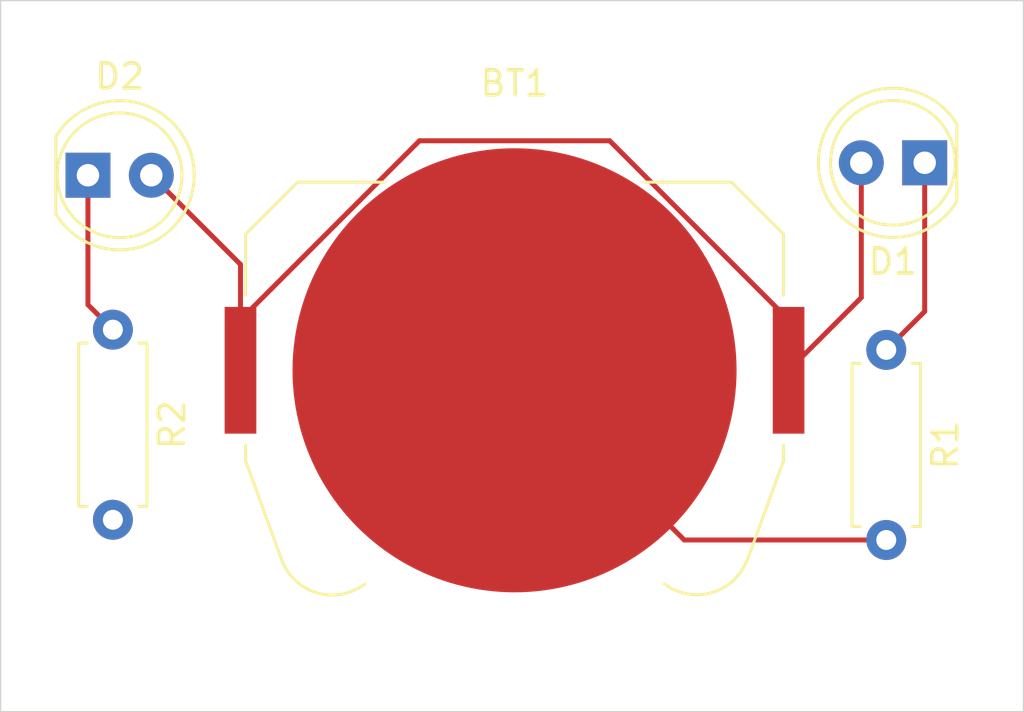
<source format=kicad_pcb>
(kicad_pcb (version 20241229) (generator "pcbnew") (generator_version "9.0")
  (layers (0 "F.Cu" signal) (2 "B.Cu" signal) (13 "F.Paste" user) (15 "B.Paste" user) (5 "F.SilkS" user "F.Silkscreen") (7 "B.SilkS" user "B.Silkscreen") (1 "F.Mask" user) (3 "B.Mask" user) (25 "Edge.Cuts" user))
  (net 0 "")
  (net 1 "Net-(BT1--)")
  (net 2 "Net-(BT1-+)")
  (net 3 "Net-(D1-K)")
  (net 4 "Net-(D2-K)")
  (footprint "LED_THT:LED_D5.0mm" (layer "F.Cu") (at 126.5 88)
    (property "Reference" "D2" (at 1.27 -3.96 0) (layer "F.SilkS"))
    (property "Value" "LED")
    (fp_line (start -1.29 -1.545) (end -1.29 1.545) (stroke (width 0.12)) (layer "F.SilkS"))
    (fp_arc (start -1.29 -1.54483) (mid 2.071779 -2.880495) (end 4.26 0) (stroke (width 0.12)) (layer "F.SilkS"))
    (fp_arc (start 4.26 0) (mid 2.071779 2.880495) (end -1.29 1.54483) (stroke (width 0.12)) (layer "F.SilkS"))
    (fp_circle (center 1.27 0) (end 3.77 0) (stroke (width 0.12)) (fill no) (layer "F.SilkS"))
    (pad "1" thru_hole rect (at 0 0) (size 1.8 1.8) (drill 0.9) (layers "*.Cu" "*.Mask") (net 4 "Net-(D2-K)"))
    (pad "2" thru_hole circle (at 2.54 0) (size 1.8 1.8) (drill 0.9) (layers "*.Cu" "*.Mask") (net 2 "Net-(BT1-+)"))
  )
  (footprint "Battery:BatteryHolder_Keystone_3034_1x20mm" (layer "F.Cu") (at 143.6 95.818075)
    (property "Reference" "BT1" (at 0 -11.5 0) (layer "F.SilkS"))
    (property "Value" "Battery")
    (fp_line (start -10.78 -5.46) (end -10.78 -3) (stroke (width 0.12)) (layer "F.SilkS"))
    (fp_line (start -10.78 3) (end -10.78 3.63) (stroke (width 0.12)) (layer "F.SilkS"))
    (fp_line (start -10.78 3.63) (end -9.34 7.58) (stroke (width 0.12)) (layer "F.SilkS"))
    (fp_line (start -8.7 -7.54) (end -10.78 -5.46) (stroke (width 0.12)) (layer "F.SilkS"))
    (fp_line (start -5.2 -7.54) (end -8.7 -7.54) (stroke (width 0.12)) (layer "F.SilkS"))
    (fp_line (start 8.7 -7.54) (end 5.2 -7.54) (stroke (width 0.12)) (layer "F.SilkS"))
    (fp_line (start 8.7 -7.54) (end 10.78 -5.46) (stroke (width 0.12)) (layer "F.SilkS"))
    (fp_line (start 10.78 -5.46) (end 10.78 -3) (stroke (width 0.12)) (layer "F.SilkS"))
    (fp_line (start 10.78 3) (end 10.78 3.63) (stroke (width 0.12)) (layer "F.SilkS"))
    (fp_line (start 10.78 3.63) (end 9.34 7.58) (stroke (width 0.12)) (layer "F.SilkS"))
    (fp_arc (start -6.003354 8.56653) (mid -7.921654 8.918738) (end -9.34 7.58) (stroke (width 0.12)) (layer "F.SilkS"))
    (fp_arc (start 9.325243 7.588169) (mid 7.90634 8.911668) (end 6 8.55) (stroke (width 0.12)) (layer "F.SilkS"))
    (pad "1" smd rect (at -10.985 0) (size 1.27 5.08) (layers "F.Cu" "F.Mask" "F.Paste") (net 2 "Net-(BT1-+)"))
    (pad "1" smd rect (at 10.985 0) (size 1.27 5.08) (layers "F.Cu" "F.Mask" "F.Paste") (net 2 "Net-(BT1-+)"))
    (pad "2" smd circle (at 0 0) (size 17.8 17.8) (layers "F.Cu" "F.Mask") (net 1 "Net-(BT1--)"))
  )
  (footprint "Resistor_THT:R_Axial_DIN0207_L6.3mm_D2.5mm_P7.62mm_Horizontal" (layer "F.Cu") (at 127.5 94.19 -90)
    (property "Reference" "R2" (at 3.81 -2.37 90) (layer "F.SilkS"))
    (property "Value" "R")
    (fp_line (start 0.54 1.37) (end 7.08 1.37) (stroke (width 0.12)) (layer "F.SilkS"))
    (fp_line (start 7.08 1.37) (end 7.08 1.04) (stroke (width 0.12)) (layer "F.SilkS"))
    (fp_line (start 0.54 1.04) (end 0.54 1.37) (stroke (width 0.12)) (layer "F.SilkS"))
    (fp_line (start 0.54 -1.04) (end 0.54 -1.37) (stroke (width 0.12)) (layer "F.SilkS"))
    (fp_line (start 0.54 -1.37) (end 7.08 -1.37) (stroke (width 0.12)) (layer "F.SilkS"))
    (fp_line (start 7.08 -1.37) (end 7.08 -1.04) (stroke (width 0.12)) (layer "F.SilkS"))
    (pad "1" thru_hole circle (at 0 0 270) (size 1.6 1.6) (drill 0.8) (layers "*.Cu" "*.Mask") (net 4 "Net-(D2-K)"))
    (pad "2" thru_hole circle (at 7.62 0 270) (size 1.6 1.6) (drill 0.8) (layers "*.Cu" "*.Mask") (net 1 "Net-(BT1--)"))
  )
  (footprint "LED_THT:LED_D5.0mm" (layer "F.Cu") (at 160.04 87.5 180)
    (property "Reference" "D1" (at 1.27 -3.96 0) (layer "F.SilkS"))
    (property "Value" "LED")
    (fp_line (start -1.29 -1.545) (end -1.29 1.545) (stroke (width 0.12)) (layer "F.SilkS"))
    (fp_arc (start 4.26 0) (mid 2.071779 2.880495) (end -1.29 1.54483) (stroke (width 0.12)) (layer "F.SilkS"))
    (fp_arc (start -1.29 -1.54483) (mid 2.071779 -2.880495) (end 4.26 0) (stroke (width 0.12)) (layer "F.SilkS"))
    (fp_circle (center 1.27 0) (end 3.77 0) (stroke (width 0.12)) (fill no) (layer "F.SilkS"))
    (pad "1" thru_hole rect (at 0 0 180) (size 1.8 1.8) (drill 0.9) (layers "*.Cu" "*.Mask") (net 3 "Net-(D1-K)"))
    (pad "2" thru_hole circle (at 2.54 0 180) (size 1.8 1.8) (drill 0.9) (layers "*.Cu" "*.Mask") (net 2 "Net-(BT1-+)"))
  )
  (footprint "Resistor_THT:R_Axial_DIN0207_L6.3mm_D2.5mm_P7.62mm_Horizontal" (layer "F.Cu") (at 158.5 95 -90)
    (property "Reference" "R1" (at 3.81 -2.37 90) (layer "F.SilkS"))
    (property "Value" "R")
    (fp_line (start 0.54 1.37) (end 7.08 1.37) (stroke (width 0.12)) (layer "F.SilkS"))
    (fp_line (start 7.08 1.37) (end 7.08 1.04) (stroke (width 0.12)) (layer "F.SilkS"))
    (fp_line (start 0.54 1.04) (end 0.54 1.37) (stroke (width 0.12)) (layer "F.SilkS"))
    (fp_line (start 0.54 -1.04) (end 0.54 -1.37) (stroke (width 0.12)) (layer "F.SilkS"))
    (fp_line (start 0.54 -1.37) (end 7.08 -1.37) (stroke (width 0.12)) (layer "F.SilkS"))
    (fp_line (start 7.08 -1.37) (end 7.08 -1.04) (stroke (width 0.12)) (layer "F.SilkS"))
    (pad "1" thru_hole circle (at 0 0 270) (size 1.6 1.6) (drill 0.8) (layers "*.Cu" "*.Mask") (net 3 "Net-(D1-K)"))
    (pad "2" thru_hole circle (at 7.62 0 270) (size 1.6 1.6) (drill 0.8) (layers "*.Cu" "*.Mask") (net 1 "Net-(BT1--)"))
  )
  (gr_rect (start 123 81) (end 164 109.5) (stroke (width 0.05)) (fill no) (layer "Edge.Cuts"))
  (segment (start 150.401925 102.62) (end 143.6 95.818075) (width 0.2) (layer "F.Cu") (net 1))
  (segment (start 158.5 102.62) (end 150.401925 102.62) (width 0.2) (layer "F.Cu") (net 1))
  (segment (start 157.5 87.5) (end 157.5 92.903075) (width 0.2) (layer "F.Cu") (net 2))
  (segment (start 139.788821 86.617075) (end 132.615 93.790896) (width 0.2) (layer "F.Cu") (net 2))
  (segment (start 154.585 95.818075) (end 154.585 93.790896) (width 0.2) (layer "F.Cu") (net 2))
  (segment (start 157.5 92.903075) (end 154.585 95.818075) (width 0.2) (layer "F.Cu") (net 2))
  (segment (start 147.411179 86.617075) (end 139.788821 86.617075) (width 0.2) (layer "F.Cu") (net 2))
  (segment (start 132.615 93.790896) (end 132.615 95.818075) (width 0.2) (layer "F.Cu") (net 2))
  (segment (start 154.585 93.790896) (end 147.411179 86.617075) (width 0.2) (layer "F.Cu") (net 2))
  (segment (start 132.615 91.575) (end 132.615 95.818075) (width 0.2) (layer "F.Cu") (net 2))
  (segment (start 129.04 88) (end 132.615 91.575) (width 0.2) (layer "F.Cu") (net 2))
  (segment (start 160.04 87.5) (end 160.04 93.46) (width 0.2) (layer "F.Cu") (net 3))
  (segment (start 160.04 93.46) (end 158.5 95) (width 0.2) (layer "F.Cu") (net 3))
  (segment (start 126.5 88) (end 126.5 93.19) (width 0.2) (layer "F.Cu") (net 4))
  (segment (start 126.5 93.19) (end 127.5 94.19) (width 0.2) (layer "F.Cu") (net 4))
)
</source>
